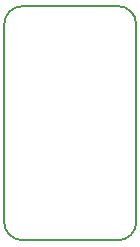
<source format=gbr>
G04 #@! TF.FileFunction,Profile,NP*
%FSLAX46Y46*%
G04 Gerber Fmt 4.6, Leading zero omitted, Abs format (unit mm)*
G04 Created by KiCad (PCBNEW 4.0.5+dfsg1-4) date Fri Mar 16 17:39:05 2018*
%MOMM*%
%LPD*%
G01*
G04 APERTURE LIST*
%ADD10C,0.100000*%
%ADD11C,0.150000*%
G04 APERTURE END LIST*
D10*
D11*
X153924000Y-103124000D02*
X153924000Y-119888000D01*
X144272000Y-101600000D02*
X152400000Y-101600000D01*
X142748000Y-119888000D02*
X142748000Y-103124000D01*
X152400000Y-121412000D02*
X144272000Y-121412000D01*
X152400000Y-121412000D02*
G75*
G03X153924000Y-119888000I0J1524000D01*
G01*
X142748000Y-119888000D02*
G75*
G03X144272000Y-121412000I1524000J0D01*
G01*
X153924000Y-103124000D02*
G75*
G03X152400000Y-101600000I-1524000J0D01*
G01*
X144272000Y-101600000D02*
G75*
G03X142748000Y-103124000I0J-1524000D01*
G01*
M02*

</source>
